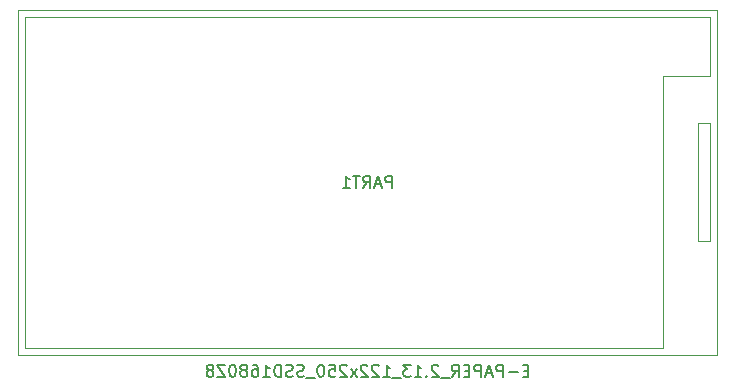
<source format=gbr>
G04 #@! TF.GenerationSoftware,KiCad,Pcbnew,8.0.1*
G04 #@! TF.CreationDate,2024-05-22T20:39:38+03:00*
G04 #@! TF.ProjectId,ESP32-C3_6_pico,45535033-322d-4433-935f-365f7069636f,rev?*
G04 #@! TF.SameCoordinates,Original*
G04 #@! TF.FileFunction,AssemblyDrawing,Bot*
%FSLAX46Y46*%
G04 Gerber Fmt 4.6, Leading zero omitted, Abs format (unit mm)*
G04 Created by KiCad (PCBNEW 8.0.1) date 2024-05-22 20:39:38*
%MOMM*%
%LPD*%
G01*
G04 APERTURE LIST*
%ADD10C,0.150000*%
%ADD11C,0.100000*%
G04 APERTURE END LIST*
D10*
X163595238Y-115931009D02*
X163261905Y-115931009D01*
X163119048Y-116454819D02*
X163595238Y-116454819D01*
X163595238Y-116454819D02*
X163595238Y-115454819D01*
X163595238Y-115454819D02*
X163119048Y-115454819D01*
X162690476Y-116073866D02*
X161928572Y-116073866D01*
X161452381Y-116454819D02*
X161452381Y-115454819D01*
X161452381Y-115454819D02*
X161071429Y-115454819D01*
X161071429Y-115454819D02*
X160976191Y-115502438D01*
X160976191Y-115502438D02*
X160928572Y-115550057D01*
X160928572Y-115550057D02*
X160880953Y-115645295D01*
X160880953Y-115645295D02*
X160880953Y-115788152D01*
X160880953Y-115788152D02*
X160928572Y-115883390D01*
X160928572Y-115883390D02*
X160976191Y-115931009D01*
X160976191Y-115931009D02*
X161071429Y-115978628D01*
X161071429Y-115978628D02*
X161452381Y-115978628D01*
X160500000Y-116169104D02*
X160023810Y-116169104D01*
X160595238Y-116454819D02*
X160261905Y-115454819D01*
X160261905Y-115454819D02*
X159928572Y-116454819D01*
X159595238Y-116454819D02*
X159595238Y-115454819D01*
X159595238Y-115454819D02*
X159214286Y-115454819D01*
X159214286Y-115454819D02*
X159119048Y-115502438D01*
X159119048Y-115502438D02*
X159071429Y-115550057D01*
X159071429Y-115550057D02*
X159023810Y-115645295D01*
X159023810Y-115645295D02*
X159023810Y-115788152D01*
X159023810Y-115788152D02*
X159071429Y-115883390D01*
X159071429Y-115883390D02*
X159119048Y-115931009D01*
X159119048Y-115931009D02*
X159214286Y-115978628D01*
X159214286Y-115978628D02*
X159595238Y-115978628D01*
X158595238Y-115931009D02*
X158261905Y-115931009D01*
X158119048Y-116454819D02*
X158595238Y-116454819D01*
X158595238Y-116454819D02*
X158595238Y-115454819D01*
X158595238Y-115454819D02*
X158119048Y-115454819D01*
X157119048Y-116454819D02*
X157452381Y-115978628D01*
X157690476Y-116454819D02*
X157690476Y-115454819D01*
X157690476Y-115454819D02*
X157309524Y-115454819D01*
X157309524Y-115454819D02*
X157214286Y-115502438D01*
X157214286Y-115502438D02*
X157166667Y-115550057D01*
X157166667Y-115550057D02*
X157119048Y-115645295D01*
X157119048Y-115645295D02*
X157119048Y-115788152D01*
X157119048Y-115788152D02*
X157166667Y-115883390D01*
X157166667Y-115883390D02*
X157214286Y-115931009D01*
X157214286Y-115931009D02*
X157309524Y-115978628D01*
X157309524Y-115978628D02*
X157690476Y-115978628D01*
X156928572Y-116550057D02*
X156166667Y-116550057D01*
X155976190Y-115550057D02*
X155928571Y-115502438D01*
X155928571Y-115502438D02*
X155833333Y-115454819D01*
X155833333Y-115454819D02*
X155595238Y-115454819D01*
X155595238Y-115454819D02*
X155500000Y-115502438D01*
X155500000Y-115502438D02*
X155452381Y-115550057D01*
X155452381Y-115550057D02*
X155404762Y-115645295D01*
X155404762Y-115645295D02*
X155404762Y-115740533D01*
X155404762Y-115740533D02*
X155452381Y-115883390D01*
X155452381Y-115883390D02*
X156023809Y-116454819D01*
X156023809Y-116454819D02*
X155404762Y-116454819D01*
X154976190Y-116359580D02*
X154928571Y-116407200D01*
X154928571Y-116407200D02*
X154976190Y-116454819D01*
X154976190Y-116454819D02*
X155023809Y-116407200D01*
X155023809Y-116407200D02*
X154976190Y-116359580D01*
X154976190Y-116359580D02*
X154976190Y-116454819D01*
X153976191Y-116454819D02*
X154547619Y-116454819D01*
X154261905Y-116454819D02*
X154261905Y-115454819D01*
X154261905Y-115454819D02*
X154357143Y-115597676D01*
X154357143Y-115597676D02*
X154452381Y-115692914D01*
X154452381Y-115692914D02*
X154547619Y-115740533D01*
X153642857Y-115454819D02*
X153023810Y-115454819D01*
X153023810Y-115454819D02*
X153357143Y-115835771D01*
X153357143Y-115835771D02*
X153214286Y-115835771D01*
X153214286Y-115835771D02*
X153119048Y-115883390D01*
X153119048Y-115883390D02*
X153071429Y-115931009D01*
X153071429Y-115931009D02*
X153023810Y-116026247D01*
X153023810Y-116026247D02*
X153023810Y-116264342D01*
X153023810Y-116264342D02*
X153071429Y-116359580D01*
X153071429Y-116359580D02*
X153119048Y-116407200D01*
X153119048Y-116407200D02*
X153214286Y-116454819D01*
X153214286Y-116454819D02*
X153500000Y-116454819D01*
X153500000Y-116454819D02*
X153595238Y-116407200D01*
X153595238Y-116407200D02*
X153642857Y-116359580D01*
X152833334Y-116550057D02*
X152071429Y-116550057D01*
X151309524Y-116454819D02*
X151880952Y-116454819D01*
X151595238Y-116454819D02*
X151595238Y-115454819D01*
X151595238Y-115454819D02*
X151690476Y-115597676D01*
X151690476Y-115597676D02*
X151785714Y-115692914D01*
X151785714Y-115692914D02*
X151880952Y-115740533D01*
X150928571Y-115550057D02*
X150880952Y-115502438D01*
X150880952Y-115502438D02*
X150785714Y-115454819D01*
X150785714Y-115454819D02*
X150547619Y-115454819D01*
X150547619Y-115454819D02*
X150452381Y-115502438D01*
X150452381Y-115502438D02*
X150404762Y-115550057D01*
X150404762Y-115550057D02*
X150357143Y-115645295D01*
X150357143Y-115645295D02*
X150357143Y-115740533D01*
X150357143Y-115740533D02*
X150404762Y-115883390D01*
X150404762Y-115883390D02*
X150976190Y-116454819D01*
X150976190Y-116454819D02*
X150357143Y-116454819D01*
X149976190Y-115550057D02*
X149928571Y-115502438D01*
X149928571Y-115502438D02*
X149833333Y-115454819D01*
X149833333Y-115454819D02*
X149595238Y-115454819D01*
X149595238Y-115454819D02*
X149500000Y-115502438D01*
X149500000Y-115502438D02*
X149452381Y-115550057D01*
X149452381Y-115550057D02*
X149404762Y-115645295D01*
X149404762Y-115645295D02*
X149404762Y-115740533D01*
X149404762Y-115740533D02*
X149452381Y-115883390D01*
X149452381Y-115883390D02*
X150023809Y-116454819D01*
X150023809Y-116454819D02*
X149404762Y-116454819D01*
X149071428Y-116454819D02*
X148547619Y-115788152D01*
X149071428Y-115788152D02*
X148547619Y-116454819D01*
X148214285Y-115550057D02*
X148166666Y-115502438D01*
X148166666Y-115502438D02*
X148071428Y-115454819D01*
X148071428Y-115454819D02*
X147833333Y-115454819D01*
X147833333Y-115454819D02*
X147738095Y-115502438D01*
X147738095Y-115502438D02*
X147690476Y-115550057D01*
X147690476Y-115550057D02*
X147642857Y-115645295D01*
X147642857Y-115645295D02*
X147642857Y-115740533D01*
X147642857Y-115740533D02*
X147690476Y-115883390D01*
X147690476Y-115883390D02*
X148261904Y-116454819D01*
X148261904Y-116454819D02*
X147642857Y-116454819D01*
X146738095Y-115454819D02*
X147214285Y-115454819D01*
X147214285Y-115454819D02*
X147261904Y-115931009D01*
X147261904Y-115931009D02*
X147214285Y-115883390D01*
X147214285Y-115883390D02*
X147119047Y-115835771D01*
X147119047Y-115835771D02*
X146880952Y-115835771D01*
X146880952Y-115835771D02*
X146785714Y-115883390D01*
X146785714Y-115883390D02*
X146738095Y-115931009D01*
X146738095Y-115931009D02*
X146690476Y-116026247D01*
X146690476Y-116026247D02*
X146690476Y-116264342D01*
X146690476Y-116264342D02*
X146738095Y-116359580D01*
X146738095Y-116359580D02*
X146785714Y-116407200D01*
X146785714Y-116407200D02*
X146880952Y-116454819D01*
X146880952Y-116454819D02*
X147119047Y-116454819D01*
X147119047Y-116454819D02*
X147214285Y-116407200D01*
X147214285Y-116407200D02*
X147261904Y-116359580D01*
X146071428Y-115454819D02*
X145976190Y-115454819D01*
X145976190Y-115454819D02*
X145880952Y-115502438D01*
X145880952Y-115502438D02*
X145833333Y-115550057D01*
X145833333Y-115550057D02*
X145785714Y-115645295D01*
X145785714Y-115645295D02*
X145738095Y-115835771D01*
X145738095Y-115835771D02*
X145738095Y-116073866D01*
X145738095Y-116073866D02*
X145785714Y-116264342D01*
X145785714Y-116264342D02*
X145833333Y-116359580D01*
X145833333Y-116359580D02*
X145880952Y-116407200D01*
X145880952Y-116407200D02*
X145976190Y-116454819D01*
X145976190Y-116454819D02*
X146071428Y-116454819D01*
X146071428Y-116454819D02*
X146166666Y-116407200D01*
X146166666Y-116407200D02*
X146214285Y-116359580D01*
X146214285Y-116359580D02*
X146261904Y-116264342D01*
X146261904Y-116264342D02*
X146309523Y-116073866D01*
X146309523Y-116073866D02*
X146309523Y-115835771D01*
X146309523Y-115835771D02*
X146261904Y-115645295D01*
X146261904Y-115645295D02*
X146214285Y-115550057D01*
X146214285Y-115550057D02*
X146166666Y-115502438D01*
X146166666Y-115502438D02*
X146071428Y-115454819D01*
X145547619Y-116550057D02*
X144785714Y-116550057D01*
X144595237Y-116407200D02*
X144452380Y-116454819D01*
X144452380Y-116454819D02*
X144214285Y-116454819D01*
X144214285Y-116454819D02*
X144119047Y-116407200D01*
X144119047Y-116407200D02*
X144071428Y-116359580D01*
X144071428Y-116359580D02*
X144023809Y-116264342D01*
X144023809Y-116264342D02*
X144023809Y-116169104D01*
X144023809Y-116169104D02*
X144071428Y-116073866D01*
X144071428Y-116073866D02*
X144119047Y-116026247D01*
X144119047Y-116026247D02*
X144214285Y-115978628D01*
X144214285Y-115978628D02*
X144404761Y-115931009D01*
X144404761Y-115931009D02*
X144499999Y-115883390D01*
X144499999Y-115883390D02*
X144547618Y-115835771D01*
X144547618Y-115835771D02*
X144595237Y-115740533D01*
X144595237Y-115740533D02*
X144595237Y-115645295D01*
X144595237Y-115645295D02*
X144547618Y-115550057D01*
X144547618Y-115550057D02*
X144499999Y-115502438D01*
X144499999Y-115502438D02*
X144404761Y-115454819D01*
X144404761Y-115454819D02*
X144166666Y-115454819D01*
X144166666Y-115454819D02*
X144023809Y-115502438D01*
X143642856Y-116407200D02*
X143499999Y-116454819D01*
X143499999Y-116454819D02*
X143261904Y-116454819D01*
X143261904Y-116454819D02*
X143166666Y-116407200D01*
X143166666Y-116407200D02*
X143119047Y-116359580D01*
X143119047Y-116359580D02*
X143071428Y-116264342D01*
X143071428Y-116264342D02*
X143071428Y-116169104D01*
X143071428Y-116169104D02*
X143119047Y-116073866D01*
X143119047Y-116073866D02*
X143166666Y-116026247D01*
X143166666Y-116026247D02*
X143261904Y-115978628D01*
X143261904Y-115978628D02*
X143452380Y-115931009D01*
X143452380Y-115931009D02*
X143547618Y-115883390D01*
X143547618Y-115883390D02*
X143595237Y-115835771D01*
X143595237Y-115835771D02*
X143642856Y-115740533D01*
X143642856Y-115740533D02*
X143642856Y-115645295D01*
X143642856Y-115645295D02*
X143595237Y-115550057D01*
X143595237Y-115550057D02*
X143547618Y-115502438D01*
X143547618Y-115502438D02*
X143452380Y-115454819D01*
X143452380Y-115454819D02*
X143214285Y-115454819D01*
X143214285Y-115454819D02*
X143071428Y-115502438D01*
X142642856Y-116454819D02*
X142642856Y-115454819D01*
X142642856Y-115454819D02*
X142404761Y-115454819D01*
X142404761Y-115454819D02*
X142261904Y-115502438D01*
X142261904Y-115502438D02*
X142166666Y-115597676D01*
X142166666Y-115597676D02*
X142119047Y-115692914D01*
X142119047Y-115692914D02*
X142071428Y-115883390D01*
X142071428Y-115883390D02*
X142071428Y-116026247D01*
X142071428Y-116026247D02*
X142119047Y-116216723D01*
X142119047Y-116216723D02*
X142166666Y-116311961D01*
X142166666Y-116311961D02*
X142261904Y-116407200D01*
X142261904Y-116407200D02*
X142404761Y-116454819D01*
X142404761Y-116454819D02*
X142642856Y-116454819D01*
X141119047Y-116454819D02*
X141690475Y-116454819D01*
X141404761Y-116454819D02*
X141404761Y-115454819D01*
X141404761Y-115454819D02*
X141499999Y-115597676D01*
X141499999Y-115597676D02*
X141595237Y-115692914D01*
X141595237Y-115692914D02*
X141690475Y-115740533D01*
X140261904Y-115454819D02*
X140452380Y-115454819D01*
X140452380Y-115454819D02*
X140547618Y-115502438D01*
X140547618Y-115502438D02*
X140595237Y-115550057D01*
X140595237Y-115550057D02*
X140690475Y-115692914D01*
X140690475Y-115692914D02*
X140738094Y-115883390D01*
X140738094Y-115883390D02*
X140738094Y-116264342D01*
X140738094Y-116264342D02*
X140690475Y-116359580D01*
X140690475Y-116359580D02*
X140642856Y-116407200D01*
X140642856Y-116407200D02*
X140547618Y-116454819D01*
X140547618Y-116454819D02*
X140357142Y-116454819D01*
X140357142Y-116454819D02*
X140261904Y-116407200D01*
X140261904Y-116407200D02*
X140214285Y-116359580D01*
X140214285Y-116359580D02*
X140166666Y-116264342D01*
X140166666Y-116264342D02*
X140166666Y-116026247D01*
X140166666Y-116026247D02*
X140214285Y-115931009D01*
X140214285Y-115931009D02*
X140261904Y-115883390D01*
X140261904Y-115883390D02*
X140357142Y-115835771D01*
X140357142Y-115835771D02*
X140547618Y-115835771D01*
X140547618Y-115835771D02*
X140642856Y-115883390D01*
X140642856Y-115883390D02*
X140690475Y-115931009D01*
X140690475Y-115931009D02*
X140738094Y-116026247D01*
X139595237Y-115883390D02*
X139690475Y-115835771D01*
X139690475Y-115835771D02*
X139738094Y-115788152D01*
X139738094Y-115788152D02*
X139785713Y-115692914D01*
X139785713Y-115692914D02*
X139785713Y-115645295D01*
X139785713Y-115645295D02*
X139738094Y-115550057D01*
X139738094Y-115550057D02*
X139690475Y-115502438D01*
X139690475Y-115502438D02*
X139595237Y-115454819D01*
X139595237Y-115454819D02*
X139404761Y-115454819D01*
X139404761Y-115454819D02*
X139309523Y-115502438D01*
X139309523Y-115502438D02*
X139261904Y-115550057D01*
X139261904Y-115550057D02*
X139214285Y-115645295D01*
X139214285Y-115645295D02*
X139214285Y-115692914D01*
X139214285Y-115692914D02*
X139261904Y-115788152D01*
X139261904Y-115788152D02*
X139309523Y-115835771D01*
X139309523Y-115835771D02*
X139404761Y-115883390D01*
X139404761Y-115883390D02*
X139595237Y-115883390D01*
X139595237Y-115883390D02*
X139690475Y-115931009D01*
X139690475Y-115931009D02*
X139738094Y-115978628D01*
X139738094Y-115978628D02*
X139785713Y-116073866D01*
X139785713Y-116073866D02*
X139785713Y-116264342D01*
X139785713Y-116264342D02*
X139738094Y-116359580D01*
X139738094Y-116359580D02*
X139690475Y-116407200D01*
X139690475Y-116407200D02*
X139595237Y-116454819D01*
X139595237Y-116454819D02*
X139404761Y-116454819D01*
X139404761Y-116454819D02*
X139309523Y-116407200D01*
X139309523Y-116407200D02*
X139261904Y-116359580D01*
X139261904Y-116359580D02*
X139214285Y-116264342D01*
X139214285Y-116264342D02*
X139214285Y-116073866D01*
X139214285Y-116073866D02*
X139261904Y-115978628D01*
X139261904Y-115978628D02*
X139309523Y-115931009D01*
X139309523Y-115931009D02*
X139404761Y-115883390D01*
X138595237Y-115454819D02*
X138499999Y-115454819D01*
X138499999Y-115454819D02*
X138404761Y-115502438D01*
X138404761Y-115502438D02*
X138357142Y-115550057D01*
X138357142Y-115550057D02*
X138309523Y-115645295D01*
X138309523Y-115645295D02*
X138261904Y-115835771D01*
X138261904Y-115835771D02*
X138261904Y-116073866D01*
X138261904Y-116073866D02*
X138309523Y-116264342D01*
X138309523Y-116264342D02*
X138357142Y-116359580D01*
X138357142Y-116359580D02*
X138404761Y-116407200D01*
X138404761Y-116407200D02*
X138499999Y-116454819D01*
X138499999Y-116454819D02*
X138595237Y-116454819D01*
X138595237Y-116454819D02*
X138690475Y-116407200D01*
X138690475Y-116407200D02*
X138738094Y-116359580D01*
X138738094Y-116359580D02*
X138785713Y-116264342D01*
X138785713Y-116264342D02*
X138833332Y-116073866D01*
X138833332Y-116073866D02*
X138833332Y-115835771D01*
X138833332Y-115835771D02*
X138785713Y-115645295D01*
X138785713Y-115645295D02*
X138738094Y-115550057D01*
X138738094Y-115550057D02*
X138690475Y-115502438D01*
X138690475Y-115502438D02*
X138595237Y-115454819D01*
X137928570Y-115454819D02*
X137261904Y-115454819D01*
X137261904Y-115454819D02*
X137928570Y-116454819D01*
X137928570Y-116454819D02*
X137261904Y-116454819D01*
X136738094Y-115883390D02*
X136833332Y-115835771D01*
X136833332Y-115835771D02*
X136880951Y-115788152D01*
X136880951Y-115788152D02*
X136928570Y-115692914D01*
X136928570Y-115692914D02*
X136928570Y-115645295D01*
X136928570Y-115645295D02*
X136880951Y-115550057D01*
X136880951Y-115550057D02*
X136833332Y-115502438D01*
X136833332Y-115502438D02*
X136738094Y-115454819D01*
X136738094Y-115454819D02*
X136547618Y-115454819D01*
X136547618Y-115454819D02*
X136452380Y-115502438D01*
X136452380Y-115502438D02*
X136404761Y-115550057D01*
X136404761Y-115550057D02*
X136357142Y-115645295D01*
X136357142Y-115645295D02*
X136357142Y-115692914D01*
X136357142Y-115692914D02*
X136404761Y-115788152D01*
X136404761Y-115788152D02*
X136452380Y-115835771D01*
X136452380Y-115835771D02*
X136547618Y-115883390D01*
X136547618Y-115883390D02*
X136738094Y-115883390D01*
X136738094Y-115883390D02*
X136833332Y-115931009D01*
X136833332Y-115931009D02*
X136880951Y-115978628D01*
X136880951Y-115978628D02*
X136928570Y-116073866D01*
X136928570Y-116073866D02*
X136928570Y-116264342D01*
X136928570Y-116264342D02*
X136880951Y-116359580D01*
X136880951Y-116359580D02*
X136833332Y-116407200D01*
X136833332Y-116407200D02*
X136738094Y-116454819D01*
X136738094Y-116454819D02*
X136547618Y-116454819D01*
X136547618Y-116454819D02*
X136452380Y-116407200D01*
X136452380Y-116407200D02*
X136404761Y-116359580D01*
X136404761Y-116359580D02*
X136357142Y-116264342D01*
X136357142Y-116264342D02*
X136357142Y-116073866D01*
X136357142Y-116073866D02*
X136404761Y-115978628D01*
X136404761Y-115978628D02*
X136452380Y-115931009D01*
X136452380Y-115931009D02*
X136547618Y-115883390D01*
X152047618Y-100454819D02*
X152047618Y-99454819D01*
X152047618Y-99454819D02*
X151666666Y-99454819D01*
X151666666Y-99454819D02*
X151571428Y-99502438D01*
X151571428Y-99502438D02*
X151523809Y-99550057D01*
X151523809Y-99550057D02*
X151476190Y-99645295D01*
X151476190Y-99645295D02*
X151476190Y-99788152D01*
X151476190Y-99788152D02*
X151523809Y-99883390D01*
X151523809Y-99883390D02*
X151571428Y-99931009D01*
X151571428Y-99931009D02*
X151666666Y-99978628D01*
X151666666Y-99978628D02*
X152047618Y-99978628D01*
X151095237Y-100169104D02*
X150619047Y-100169104D01*
X151190475Y-100454819D02*
X150857142Y-99454819D01*
X150857142Y-99454819D02*
X150523809Y-100454819D01*
X149619047Y-100454819D02*
X149952380Y-99978628D01*
X150190475Y-100454819D02*
X150190475Y-99454819D01*
X150190475Y-99454819D02*
X149809523Y-99454819D01*
X149809523Y-99454819D02*
X149714285Y-99502438D01*
X149714285Y-99502438D02*
X149666666Y-99550057D01*
X149666666Y-99550057D02*
X149619047Y-99645295D01*
X149619047Y-99645295D02*
X149619047Y-99788152D01*
X149619047Y-99788152D02*
X149666666Y-99883390D01*
X149666666Y-99883390D02*
X149714285Y-99931009D01*
X149714285Y-99931009D02*
X149809523Y-99978628D01*
X149809523Y-99978628D02*
X150190475Y-99978628D01*
X149333332Y-99454819D02*
X148761904Y-99454819D01*
X149047618Y-100454819D02*
X149047618Y-99454819D01*
X147904761Y-100454819D02*
X148476189Y-100454819D01*
X148190475Y-100454819D02*
X148190475Y-99454819D01*
X148190475Y-99454819D02*
X148285713Y-99597676D01*
X148285713Y-99597676D02*
X148380951Y-99692914D01*
X148380951Y-99692914D02*
X148476189Y-99740533D01*
D11*
G04 #@! TO.C,PART1*
X120400000Y-85399991D02*
X179599999Y-85399991D01*
X120400000Y-85400000D02*
X120400000Y-100000000D01*
X120400000Y-114599990D02*
X121000000Y-114599990D01*
X120400000Y-114600000D02*
X120400000Y-100000000D01*
X121000000Y-86000000D02*
X121000000Y-114000000D01*
X121000000Y-114000000D02*
X175000000Y-114000000D01*
X121000000Y-114599990D02*
X179600001Y-114599990D01*
X175000000Y-91000000D02*
X179000000Y-91000000D01*
X175000000Y-114000000D02*
X175000000Y-91000000D01*
X179000000Y-86000000D02*
X121000000Y-86000000D01*
X179000000Y-91000000D02*
X179000000Y-86000000D01*
X179599999Y-85399991D02*
X179599999Y-99999991D01*
X179600001Y-114599990D02*
X179599998Y-99999995D01*
X178000000Y-105000000D02*
X179000000Y-105000000D01*
X179000000Y-95000000D01*
X178000000Y-95000000D01*
X178000000Y-105000000D01*
G04 #@! TD*
M02*

</source>
